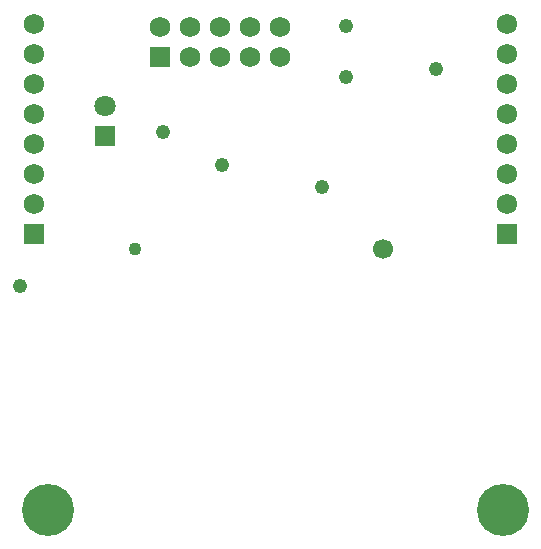
<source format=gbr>
G04 DipTrace 2.3.0.1*
%INBottomMask.gbr*%
%MOIN*%
%ADD34C,0.0669*%
%ADD35C,0.0433*%
%ADD40C,0.1734*%
%ADD42C,0.048*%
%ADD50C,0.0679*%
%ADD52R,0.0679X0.0679*%
%ADD54R,0.068X0.068*%
%ADD56C,0.068*%
%ADD58C,0.071*%
%ADD60R,0.071X0.071*%
%FSLAX44Y44*%
G04*
G70*
G90*
G75*
G01*
%LNBotMask*%
%LPD*%
D42*
X5770Y15104D3*
X14879Y17181D3*
X7735Y13988D3*
X11083Y13252D3*
X11871Y16937D3*
Y18631D3*
X1005Y9980D3*
D40*
X17087Y2500D3*
X1930D3*
D60*
X3839Y14961D3*
D58*
Y15961D3*
D56*
X9662Y17594D3*
Y18594D3*
X8662D3*
Y17594D3*
X7662Y18594D3*
Y17594D3*
X6662Y18594D3*
Y17594D3*
D54*
X5662D3*
D56*
Y18594D3*
D52*
X1477Y11713D3*
D50*
Y12713D3*
Y13713D3*
Y14713D3*
Y15713D3*
Y16713D3*
Y17713D3*
Y18713D3*
D52*
X17225Y11713D3*
D50*
Y12713D3*
Y13713D3*
Y14713D3*
Y15713D3*
Y16713D3*
Y17713D3*
Y18713D3*
D34*
X13094Y11196D3*
D35*
X4826D3*
M02*

</source>
